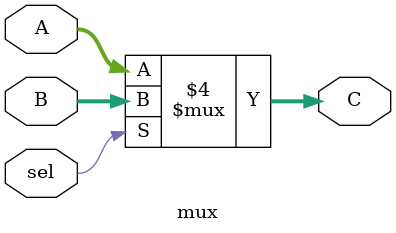
<source format=v>
module mux(input [7:0] A, input [7:0] B, input sel, output reg [7:0] C);
    always @(*) begin
        if(!sel) begin
            C[7:0]<=A[7:0];
        end
        else begin
            C[7:0]<=B[7:0];
        end
    end
endmodule
</source>
